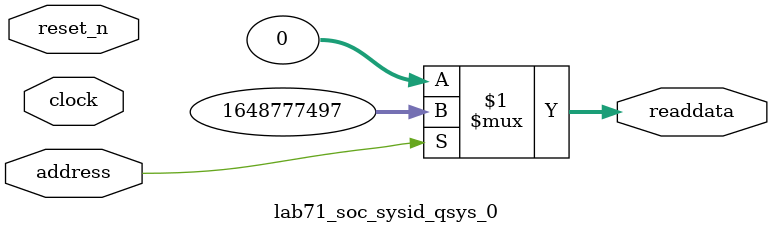
<source format=v>



// synthesis translate_off
`timescale 1ns / 1ps
// synthesis translate_on

// turn off superfluous verilog processor warnings 
// altera message_level Level1 
// altera message_off 10034 10035 10036 10037 10230 10240 10030 

module lab71_soc_sysid_qsys_0 (
               // inputs:
                address,
                clock,
                reset_n,

               // outputs:
                readdata
             )
;

  output  [ 31: 0] readdata;
  input            address;
  input            clock;
  input            reset_n;

  wire    [ 31: 0] readdata;
  //control_slave, which is an e_avalon_slave
  assign readdata = address ? 1648777497 : 0;

endmodule



</source>
